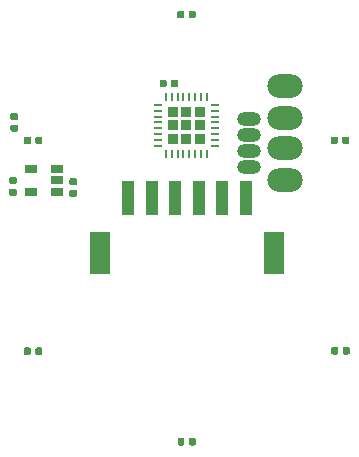
<source format=gbr>
G04 #@! TF.GenerationSoftware,KiCad,Pcbnew,5.0.1-33cea8e~67~ubuntu16.04.1*
G04 #@! TF.CreationDate,2018-10-18T10:50:00-04:00*
G04 #@! TF.ProjectId,MQP Kat Foot Sensors,4D5150204B617420466F6F742053656E,rev?*
G04 #@! TF.SameCoordinates,Original*
G04 #@! TF.FileFunction,Paste,Top*
G04 #@! TF.FilePolarity,Positive*
%FSLAX46Y46*%
G04 Gerber Fmt 4.6, Leading zero omitted, Abs format (unit mm)*
G04 Created by KiCad (PCBNEW 5.0.1-33cea8e~67~ubuntu16.04.1) date Thu 18 Oct 2018 10:50:00 AM EDT*
%MOMM*%
%LPD*%
G01*
G04 APERTURE LIST*
%ADD10O,3.000000X2.000000*%
%ADD11C,0.100000*%
%ADD12C,0.590000*%
%ADD13R,0.700000X0.250000*%
%ADD14R,0.250000X0.700000*%
%ADD15R,0.920000X0.920000*%
%ADD16R,1.000000X2.900000*%
%ADD17R,1.800000X3.600000*%
%ADD18R,1.060000X0.650000*%
%ADD19O,2.000000X1.200000*%
G04 APERTURE END LIST*
D10*
G04 #@! TO.C,J2*
X8260000Y12000000D03*
X8260000Y9250000D03*
X8260000Y6750000D03*
X8260000Y4000000D03*
G04 #@! TD*
D11*
G04 #@! TO.C,C3*
G36*
X-13358042Y-10150710D02*
X-13343724Y-10152834D01*
X-13329683Y-10156351D01*
X-13316054Y-10161228D01*
X-13302969Y-10167417D01*
X-13290553Y-10174858D01*
X-13278927Y-10183481D01*
X-13268202Y-10193202D01*
X-13258481Y-10203927D01*
X-13249858Y-10215553D01*
X-13242417Y-10227969D01*
X-13236228Y-10241054D01*
X-13231351Y-10254683D01*
X-13227834Y-10268724D01*
X-13225710Y-10283042D01*
X-13225000Y-10297500D01*
X-13225000Y-10642500D01*
X-13225710Y-10656958D01*
X-13227834Y-10671276D01*
X-13231351Y-10685317D01*
X-13236228Y-10698946D01*
X-13242417Y-10712031D01*
X-13249858Y-10724447D01*
X-13258481Y-10736073D01*
X-13268202Y-10746798D01*
X-13278927Y-10756519D01*
X-13290553Y-10765142D01*
X-13302969Y-10772583D01*
X-13316054Y-10778772D01*
X-13329683Y-10783649D01*
X-13343724Y-10787166D01*
X-13358042Y-10789290D01*
X-13372500Y-10790000D01*
X-13667500Y-10790000D01*
X-13681958Y-10789290D01*
X-13696276Y-10787166D01*
X-13710317Y-10783649D01*
X-13723946Y-10778772D01*
X-13737031Y-10772583D01*
X-13749447Y-10765142D01*
X-13761073Y-10756519D01*
X-13771798Y-10746798D01*
X-13781519Y-10736073D01*
X-13790142Y-10724447D01*
X-13797583Y-10712031D01*
X-13803772Y-10698946D01*
X-13808649Y-10685317D01*
X-13812166Y-10671276D01*
X-13814290Y-10656958D01*
X-13815000Y-10642500D01*
X-13815000Y-10297500D01*
X-13814290Y-10283042D01*
X-13812166Y-10268724D01*
X-13808649Y-10254683D01*
X-13803772Y-10241054D01*
X-13797583Y-10227969D01*
X-13790142Y-10215553D01*
X-13781519Y-10203927D01*
X-13771798Y-10193202D01*
X-13761073Y-10183481D01*
X-13749447Y-10174858D01*
X-13737031Y-10167417D01*
X-13723946Y-10161228D01*
X-13710317Y-10156351D01*
X-13696276Y-10152834D01*
X-13681958Y-10150710D01*
X-13667500Y-10150000D01*
X-13372500Y-10150000D01*
X-13358042Y-10150710D01*
X-13358042Y-10150710D01*
G37*
D12*
X-13520000Y-10470000D03*
D11*
G36*
X-12388042Y-10150710D02*
X-12373724Y-10152834D01*
X-12359683Y-10156351D01*
X-12346054Y-10161228D01*
X-12332969Y-10167417D01*
X-12320553Y-10174858D01*
X-12308927Y-10183481D01*
X-12298202Y-10193202D01*
X-12288481Y-10203927D01*
X-12279858Y-10215553D01*
X-12272417Y-10227969D01*
X-12266228Y-10241054D01*
X-12261351Y-10254683D01*
X-12257834Y-10268724D01*
X-12255710Y-10283042D01*
X-12255000Y-10297500D01*
X-12255000Y-10642500D01*
X-12255710Y-10656958D01*
X-12257834Y-10671276D01*
X-12261351Y-10685317D01*
X-12266228Y-10698946D01*
X-12272417Y-10712031D01*
X-12279858Y-10724447D01*
X-12288481Y-10736073D01*
X-12298202Y-10746798D01*
X-12308927Y-10756519D01*
X-12320553Y-10765142D01*
X-12332969Y-10772583D01*
X-12346054Y-10778772D01*
X-12359683Y-10783649D01*
X-12373724Y-10787166D01*
X-12388042Y-10789290D01*
X-12402500Y-10790000D01*
X-12697500Y-10790000D01*
X-12711958Y-10789290D01*
X-12726276Y-10787166D01*
X-12740317Y-10783649D01*
X-12753946Y-10778772D01*
X-12767031Y-10772583D01*
X-12779447Y-10765142D01*
X-12791073Y-10756519D01*
X-12801798Y-10746798D01*
X-12811519Y-10736073D01*
X-12820142Y-10724447D01*
X-12827583Y-10712031D01*
X-12833772Y-10698946D01*
X-12838649Y-10685317D01*
X-12842166Y-10671276D01*
X-12844290Y-10656958D01*
X-12845000Y-10642500D01*
X-12845000Y-10297500D01*
X-12844290Y-10283042D01*
X-12842166Y-10268724D01*
X-12838649Y-10254683D01*
X-12833772Y-10241054D01*
X-12827583Y-10227969D01*
X-12820142Y-10215553D01*
X-12811519Y-10203927D01*
X-12801798Y-10193202D01*
X-12791073Y-10183481D01*
X-12779447Y-10174858D01*
X-12767031Y-10167417D01*
X-12753946Y-10161228D01*
X-12740317Y-10156351D01*
X-12726276Y-10152834D01*
X-12711958Y-10150710D01*
X-12697500Y-10150000D01*
X-12402500Y-10150000D01*
X-12388042Y-10150710D01*
X-12388042Y-10150710D01*
G37*
D12*
X-12550000Y-10470000D03*
G04 #@! TD*
D11*
G04 #@! TO.C,C5*
G36*
X-348042Y-17810710D02*
X-333724Y-17812834D01*
X-319683Y-17816351D01*
X-306054Y-17821228D01*
X-292969Y-17827417D01*
X-280553Y-17834858D01*
X-268927Y-17843481D01*
X-258202Y-17853202D01*
X-248481Y-17863927D01*
X-239858Y-17875553D01*
X-232417Y-17887969D01*
X-226228Y-17901054D01*
X-221351Y-17914683D01*
X-217834Y-17928724D01*
X-215710Y-17943042D01*
X-215000Y-17957500D01*
X-215000Y-18302500D01*
X-215710Y-18316958D01*
X-217834Y-18331276D01*
X-221351Y-18345317D01*
X-226228Y-18358946D01*
X-232417Y-18372031D01*
X-239858Y-18384447D01*
X-248481Y-18396073D01*
X-258202Y-18406798D01*
X-268927Y-18416519D01*
X-280553Y-18425142D01*
X-292969Y-18432583D01*
X-306054Y-18438772D01*
X-319683Y-18443649D01*
X-333724Y-18447166D01*
X-348042Y-18449290D01*
X-362500Y-18450000D01*
X-657500Y-18450000D01*
X-671958Y-18449290D01*
X-686276Y-18447166D01*
X-700317Y-18443649D01*
X-713946Y-18438772D01*
X-727031Y-18432583D01*
X-739447Y-18425142D01*
X-751073Y-18416519D01*
X-761798Y-18406798D01*
X-771519Y-18396073D01*
X-780142Y-18384447D01*
X-787583Y-18372031D01*
X-793772Y-18358946D01*
X-798649Y-18345317D01*
X-802166Y-18331276D01*
X-804290Y-18316958D01*
X-805000Y-18302500D01*
X-805000Y-17957500D01*
X-804290Y-17943042D01*
X-802166Y-17928724D01*
X-798649Y-17914683D01*
X-793772Y-17901054D01*
X-787583Y-17887969D01*
X-780142Y-17875553D01*
X-771519Y-17863927D01*
X-761798Y-17853202D01*
X-751073Y-17843481D01*
X-739447Y-17834858D01*
X-727031Y-17827417D01*
X-713946Y-17821228D01*
X-700317Y-17816351D01*
X-686276Y-17812834D01*
X-671958Y-17810710D01*
X-657500Y-17810000D01*
X-362500Y-17810000D01*
X-348042Y-17810710D01*
X-348042Y-17810710D01*
G37*
D12*
X-510000Y-18130000D03*
D11*
G36*
X621958Y-17810710D02*
X636276Y-17812834D01*
X650317Y-17816351D01*
X663946Y-17821228D01*
X677031Y-17827417D01*
X689447Y-17834858D01*
X701073Y-17843481D01*
X711798Y-17853202D01*
X721519Y-17863927D01*
X730142Y-17875553D01*
X737583Y-17887969D01*
X743772Y-17901054D01*
X748649Y-17914683D01*
X752166Y-17928724D01*
X754290Y-17943042D01*
X755000Y-17957500D01*
X755000Y-18302500D01*
X754290Y-18316958D01*
X752166Y-18331276D01*
X748649Y-18345317D01*
X743772Y-18358946D01*
X737583Y-18372031D01*
X730142Y-18384447D01*
X721519Y-18396073D01*
X711798Y-18406798D01*
X701073Y-18416519D01*
X689447Y-18425142D01*
X677031Y-18432583D01*
X663946Y-18438772D01*
X650317Y-18443649D01*
X636276Y-18447166D01*
X621958Y-18449290D01*
X607500Y-18450000D01*
X312500Y-18450000D01*
X298042Y-18449290D01*
X283724Y-18447166D01*
X269683Y-18443649D01*
X256054Y-18438772D01*
X242969Y-18432583D01*
X230553Y-18425142D01*
X218927Y-18416519D01*
X208202Y-18406798D01*
X198481Y-18396073D01*
X189858Y-18384447D01*
X182417Y-18372031D01*
X176228Y-18358946D01*
X171351Y-18345317D01*
X167834Y-18331276D01*
X165710Y-18316958D01*
X165000Y-18302500D01*
X165000Y-17957500D01*
X165710Y-17943042D01*
X167834Y-17928724D01*
X171351Y-17914683D01*
X176228Y-17901054D01*
X182417Y-17887969D01*
X189858Y-17875553D01*
X198481Y-17863927D01*
X208202Y-17853202D01*
X218927Y-17843481D01*
X230553Y-17834858D01*
X242969Y-17827417D01*
X256054Y-17821228D01*
X269683Y-17816351D01*
X283724Y-17812834D01*
X298042Y-17810710D01*
X312500Y-17810000D01*
X607500Y-17810000D01*
X621958Y-17810710D01*
X621958Y-17810710D01*
G37*
D12*
X460000Y-18130000D03*
G04 #@! TD*
D11*
G04 #@! TO.C,C7*
G36*
X12671958Y-10110710D02*
X12686276Y-10112834D01*
X12700317Y-10116351D01*
X12713946Y-10121228D01*
X12727031Y-10127417D01*
X12739447Y-10134858D01*
X12751073Y-10143481D01*
X12761798Y-10153202D01*
X12771519Y-10163927D01*
X12780142Y-10175553D01*
X12787583Y-10187969D01*
X12793772Y-10201054D01*
X12798649Y-10214683D01*
X12802166Y-10228724D01*
X12804290Y-10243042D01*
X12805000Y-10257500D01*
X12805000Y-10602500D01*
X12804290Y-10616958D01*
X12802166Y-10631276D01*
X12798649Y-10645317D01*
X12793772Y-10658946D01*
X12787583Y-10672031D01*
X12780142Y-10684447D01*
X12771519Y-10696073D01*
X12761798Y-10706798D01*
X12751073Y-10716519D01*
X12739447Y-10725142D01*
X12727031Y-10732583D01*
X12713946Y-10738772D01*
X12700317Y-10743649D01*
X12686276Y-10747166D01*
X12671958Y-10749290D01*
X12657500Y-10750000D01*
X12362500Y-10750000D01*
X12348042Y-10749290D01*
X12333724Y-10747166D01*
X12319683Y-10743649D01*
X12306054Y-10738772D01*
X12292969Y-10732583D01*
X12280553Y-10725142D01*
X12268927Y-10716519D01*
X12258202Y-10706798D01*
X12248481Y-10696073D01*
X12239858Y-10684447D01*
X12232417Y-10672031D01*
X12226228Y-10658946D01*
X12221351Y-10645317D01*
X12217834Y-10631276D01*
X12215710Y-10616958D01*
X12215000Y-10602500D01*
X12215000Y-10257500D01*
X12215710Y-10243042D01*
X12217834Y-10228724D01*
X12221351Y-10214683D01*
X12226228Y-10201054D01*
X12232417Y-10187969D01*
X12239858Y-10175553D01*
X12248481Y-10163927D01*
X12258202Y-10153202D01*
X12268927Y-10143481D01*
X12280553Y-10134858D01*
X12292969Y-10127417D01*
X12306054Y-10121228D01*
X12319683Y-10116351D01*
X12333724Y-10112834D01*
X12348042Y-10110710D01*
X12362500Y-10110000D01*
X12657500Y-10110000D01*
X12671958Y-10110710D01*
X12671958Y-10110710D01*
G37*
D12*
X12510000Y-10430000D03*
D11*
G36*
X13641958Y-10110710D02*
X13656276Y-10112834D01*
X13670317Y-10116351D01*
X13683946Y-10121228D01*
X13697031Y-10127417D01*
X13709447Y-10134858D01*
X13721073Y-10143481D01*
X13731798Y-10153202D01*
X13741519Y-10163927D01*
X13750142Y-10175553D01*
X13757583Y-10187969D01*
X13763772Y-10201054D01*
X13768649Y-10214683D01*
X13772166Y-10228724D01*
X13774290Y-10243042D01*
X13775000Y-10257500D01*
X13775000Y-10602500D01*
X13774290Y-10616958D01*
X13772166Y-10631276D01*
X13768649Y-10645317D01*
X13763772Y-10658946D01*
X13757583Y-10672031D01*
X13750142Y-10684447D01*
X13741519Y-10696073D01*
X13731798Y-10706798D01*
X13721073Y-10716519D01*
X13709447Y-10725142D01*
X13697031Y-10732583D01*
X13683946Y-10738772D01*
X13670317Y-10743649D01*
X13656276Y-10747166D01*
X13641958Y-10749290D01*
X13627500Y-10750000D01*
X13332500Y-10750000D01*
X13318042Y-10749290D01*
X13303724Y-10747166D01*
X13289683Y-10743649D01*
X13276054Y-10738772D01*
X13262969Y-10732583D01*
X13250553Y-10725142D01*
X13238927Y-10716519D01*
X13228202Y-10706798D01*
X13218481Y-10696073D01*
X13209858Y-10684447D01*
X13202417Y-10672031D01*
X13196228Y-10658946D01*
X13191351Y-10645317D01*
X13187834Y-10631276D01*
X13185710Y-10616958D01*
X13185000Y-10602500D01*
X13185000Y-10257500D01*
X13185710Y-10243042D01*
X13187834Y-10228724D01*
X13191351Y-10214683D01*
X13196228Y-10201054D01*
X13202417Y-10187969D01*
X13209858Y-10175553D01*
X13218481Y-10163927D01*
X13228202Y-10153202D01*
X13238927Y-10143481D01*
X13250553Y-10134858D01*
X13262969Y-10127417D01*
X13276054Y-10121228D01*
X13289683Y-10116351D01*
X13303724Y-10112834D01*
X13318042Y-10110710D01*
X13332500Y-10110000D01*
X13627500Y-10110000D01*
X13641958Y-10110710D01*
X13641958Y-10110710D01*
G37*
D12*
X13480000Y-10430000D03*
G04 #@! TD*
D11*
G04 #@! TO.C,C8*
G36*
X596958Y18349290D02*
X611276Y18347166D01*
X625317Y18343649D01*
X638946Y18338772D01*
X652031Y18332583D01*
X664447Y18325142D01*
X676073Y18316519D01*
X686798Y18306798D01*
X696519Y18296073D01*
X705142Y18284447D01*
X712583Y18272031D01*
X718772Y18258946D01*
X723649Y18245317D01*
X727166Y18231276D01*
X729290Y18216958D01*
X730000Y18202500D01*
X730000Y17857500D01*
X729290Y17843042D01*
X727166Y17828724D01*
X723649Y17814683D01*
X718772Y17801054D01*
X712583Y17787969D01*
X705142Y17775553D01*
X696519Y17763927D01*
X686798Y17753202D01*
X676073Y17743481D01*
X664447Y17734858D01*
X652031Y17727417D01*
X638946Y17721228D01*
X625317Y17716351D01*
X611276Y17712834D01*
X596958Y17710710D01*
X582500Y17710000D01*
X287500Y17710000D01*
X273042Y17710710D01*
X258724Y17712834D01*
X244683Y17716351D01*
X231054Y17721228D01*
X217969Y17727417D01*
X205553Y17734858D01*
X193927Y17743481D01*
X183202Y17753202D01*
X173481Y17763927D01*
X164858Y17775553D01*
X157417Y17787969D01*
X151228Y17801054D01*
X146351Y17814683D01*
X142834Y17828724D01*
X140710Y17843042D01*
X140000Y17857500D01*
X140000Y18202500D01*
X140710Y18216958D01*
X142834Y18231276D01*
X146351Y18245317D01*
X151228Y18258946D01*
X157417Y18272031D01*
X164858Y18284447D01*
X173481Y18296073D01*
X183202Y18306798D01*
X193927Y18316519D01*
X205553Y18325142D01*
X217969Y18332583D01*
X231054Y18338772D01*
X244683Y18343649D01*
X258724Y18347166D01*
X273042Y18349290D01*
X287500Y18350000D01*
X582500Y18350000D01*
X596958Y18349290D01*
X596958Y18349290D01*
G37*
D12*
X435000Y18030000D03*
D11*
G36*
X-373042Y18349290D02*
X-358724Y18347166D01*
X-344683Y18343649D01*
X-331054Y18338772D01*
X-317969Y18332583D01*
X-305553Y18325142D01*
X-293927Y18316519D01*
X-283202Y18306798D01*
X-273481Y18296073D01*
X-264858Y18284447D01*
X-257417Y18272031D01*
X-251228Y18258946D01*
X-246351Y18245317D01*
X-242834Y18231276D01*
X-240710Y18216958D01*
X-240000Y18202500D01*
X-240000Y17857500D01*
X-240710Y17843042D01*
X-242834Y17828724D01*
X-246351Y17814683D01*
X-251228Y17801054D01*
X-257417Y17787969D01*
X-264858Y17775553D01*
X-273481Y17763927D01*
X-283202Y17753202D01*
X-293927Y17743481D01*
X-305553Y17734858D01*
X-317969Y17727417D01*
X-331054Y17721228D01*
X-344683Y17716351D01*
X-358724Y17712834D01*
X-373042Y17710710D01*
X-387500Y17710000D01*
X-682500Y17710000D01*
X-696958Y17710710D01*
X-711276Y17712834D01*
X-725317Y17716351D01*
X-738946Y17721228D01*
X-752031Y17727417D01*
X-764447Y17734858D01*
X-776073Y17743481D01*
X-786798Y17753202D01*
X-796519Y17763927D01*
X-805142Y17775553D01*
X-812583Y17787969D01*
X-818772Y17801054D01*
X-823649Y17814683D01*
X-827166Y17828724D01*
X-829290Y17843042D01*
X-830000Y17857500D01*
X-830000Y18202500D01*
X-829290Y18216958D01*
X-827166Y18231276D01*
X-823649Y18245317D01*
X-818772Y18258946D01*
X-812583Y18272031D01*
X-805142Y18284447D01*
X-796519Y18296073D01*
X-786798Y18306798D01*
X-776073Y18316519D01*
X-764447Y18325142D01*
X-752031Y18332583D01*
X-738946Y18338772D01*
X-725317Y18343649D01*
X-711276Y18347166D01*
X-696958Y18349290D01*
X-682500Y18350000D01*
X-387500Y18350000D01*
X-373042Y18349290D01*
X-373042Y18349290D01*
G37*
D12*
X-535000Y18030000D03*
G04 #@! TD*
D11*
G04 #@! TO.C,C9*
G36*
X-14443042Y9694290D02*
X-14428724Y9692166D01*
X-14414683Y9688649D01*
X-14401054Y9683772D01*
X-14387969Y9677583D01*
X-14375553Y9670142D01*
X-14363927Y9661519D01*
X-14353202Y9651798D01*
X-14343481Y9641073D01*
X-14334858Y9629447D01*
X-14327417Y9617031D01*
X-14321228Y9603946D01*
X-14316351Y9590317D01*
X-14312834Y9576276D01*
X-14310710Y9561958D01*
X-14310000Y9547500D01*
X-14310000Y9252500D01*
X-14310710Y9238042D01*
X-14312834Y9223724D01*
X-14316351Y9209683D01*
X-14321228Y9196054D01*
X-14327417Y9182969D01*
X-14334858Y9170553D01*
X-14343481Y9158927D01*
X-14353202Y9148202D01*
X-14363927Y9138481D01*
X-14375553Y9129858D01*
X-14387969Y9122417D01*
X-14401054Y9116228D01*
X-14414683Y9111351D01*
X-14428724Y9107834D01*
X-14443042Y9105710D01*
X-14457500Y9105000D01*
X-14802500Y9105000D01*
X-14816958Y9105710D01*
X-14831276Y9107834D01*
X-14845317Y9111351D01*
X-14858946Y9116228D01*
X-14872031Y9122417D01*
X-14884447Y9129858D01*
X-14896073Y9138481D01*
X-14906798Y9148202D01*
X-14916519Y9158927D01*
X-14925142Y9170553D01*
X-14932583Y9182969D01*
X-14938772Y9196054D01*
X-14943649Y9209683D01*
X-14947166Y9223724D01*
X-14949290Y9238042D01*
X-14950000Y9252500D01*
X-14950000Y9547500D01*
X-14949290Y9561958D01*
X-14947166Y9576276D01*
X-14943649Y9590317D01*
X-14938772Y9603946D01*
X-14932583Y9617031D01*
X-14925142Y9629447D01*
X-14916519Y9641073D01*
X-14906798Y9651798D01*
X-14896073Y9661519D01*
X-14884447Y9670142D01*
X-14872031Y9677583D01*
X-14858946Y9683772D01*
X-14845317Y9688649D01*
X-14831276Y9692166D01*
X-14816958Y9694290D01*
X-14802500Y9695000D01*
X-14457500Y9695000D01*
X-14443042Y9694290D01*
X-14443042Y9694290D01*
G37*
D12*
X-14630000Y9400000D03*
D11*
G36*
X-14443042Y8724290D02*
X-14428724Y8722166D01*
X-14414683Y8718649D01*
X-14401054Y8713772D01*
X-14387969Y8707583D01*
X-14375553Y8700142D01*
X-14363927Y8691519D01*
X-14353202Y8681798D01*
X-14343481Y8671073D01*
X-14334858Y8659447D01*
X-14327417Y8647031D01*
X-14321228Y8633946D01*
X-14316351Y8620317D01*
X-14312834Y8606276D01*
X-14310710Y8591958D01*
X-14310000Y8577500D01*
X-14310000Y8282500D01*
X-14310710Y8268042D01*
X-14312834Y8253724D01*
X-14316351Y8239683D01*
X-14321228Y8226054D01*
X-14327417Y8212969D01*
X-14334858Y8200553D01*
X-14343481Y8188927D01*
X-14353202Y8178202D01*
X-14363927Y8168481D01*
X-14375553Y8159858D01*
X-14387969Y8152417D01*
X-14401054Y8146228D01*
X-14414683Y8141351D01*
X-14428724Y8137834D01*
X-14443042Y8135710D01*
X-14457500Y8135000D01*
X-14802500Y8135000D01*
X-14816958Y8135710D01*
X-14831276Y8137834D01*
X-14845317Y8141351D01*
X-14858946Y8146228D01*
X-14872031Y8152417D01*
X-14884447Y8159858D01*
X-14896073Y8168481D01*
X-14906798Y8178202D01*
X-14916519Y8188927D01*
X-14925142Y8200553D01*
X-14932583Y8212969D01*
X-14938772Y8226054D01*
X-14943649Y8239683D01*
X-14947166Y8253724D01*
X-14949290Y8268042D01*
X-14950000Y8282500D01*
X-14950000Y8577500D01*
X-14949290Y8591958D01*
X-14947166Y8606276D01*
X-14943649Y8620317D01*
X-14938772Y8633946D01*
X-14932583Y8647031D01*
X-14925142Y8659447D01*
X-14916519Y8671073D01*
X-14906798Y8681798D01*
X-14896073Y8691519D01*
X-14884447Y8700142D01*
X-14872031Y8707583D01*
X-14858946Y8713772D01*
X-14845317Y8718649D01*
X-14831276Y8722166D01*
X-14816958Y8724290D01*
X-14802500Y8725000D01*
X-14457500Y8725000D01*
X-14443042Y8724290D01*
X-14443042Y8724290D01*
G37*
D12*
X-14630000Y8430000D03*
G04 #@! TD*
D11*
G04 #@! TO.C,C13*
G36*
X12631958Y7709290D02*
X12646276Y7707166D01*
X12660317Y7703649D01*
X12673946Y7698772D01*
X12687031Y7692583D01*
X12699447Y7685142D01*
X12711073Y7676519D01*
X12721798Y7666798D01*
X12731519Y7656073D01*
X12740142Y7644447D01*
X12747583Y7632031D01*
X12753772Y7618946D01*
X12758649Y7605317D01*
X12762166Y7591276D01*
X12764290Y7576958D01*
X12765000Y7562500D01*
X12765000Y7217500D01*
X12764290Y7203042D01*
X12762166Y7188724D01*
X12758649Y7174683D01*
X12753772Y7161054D01*
X12747583Y7147969D01*
X12740142Y7135553D01*
X12731519Y7123927D01*
X12721798Y7113202D01*
X12711073Y7103481D01*
X12699447Y7094858D01*
X12687031Y7087417D01*
X12673946Y7081228D01*
X12660317Y7076351D01*
X12646276Y7072834D01*
X12631958Y7070710D01*
X12617500Y7070000D01*
X12322500Y7070000D01*
X12308042Y7070710D01*
X12293724Y7072834D01*
X12279683Y7076351D01*
X12266054Y7081228D01*
X12252969Y7087417D01*
X12240553Y7094858D01*
X12228927Y7103481D01*
X12218202Y7113202D01*
X12208481Y7123927D01*
X12199858Y7135553D01*
X12192417Y7147969D01*
X12186228Y7161054D01*
X12181351Y7174683D01*
X12177834Y7188724D01*
X12175710Y7203042D01*
X12175000Y7217500D01*
X12175000Y7562500D01*
X12175710Y7576958D01*
X12177834Y7591276D01*
X12181351Y7605317D01*
X12186228Y7618946D01*
X12192417Y7632031D01*
X12199858Y7644447D01*
X12208481Y7656073D01*
X12218202Y7666798D01*
X12228927Y7676519D01*
X12240553Y7685142D01*
X12252969Y7692583D01*
X12266054Y7698772D01*
X12279683Y7703649D01*
X12293724Y7707166D01*
X12308042Y7709290D01*
X12322500Y7710000D01*
X12617500Y7710000D01*
X12631958Y7709290D01*
X12631958Y7709290D01*
G37*
D12*
X12470000Y7390000D03*
D11*
G36*
X13601958Y7709290D02*
X13616276Y7707166D01*
X13630317Y7703649D01*
X13643946Y7698772D01*
X13657031Y7692583D01*
X13669447Y7685142D01*
X13681073Y7676519D01*
X13691798Y7666798D01*
X13701519Y7656073D01*
X13710142Y7644447D01*
X13717583Y7632031D01*
X13723772Y7618946D01*
X13728649Y7605317D01*
X13732166Y7591276D01*
X13734290Y7576958D01*
X13735000Y7562500D01*
X13735000Y7217500D01*
X13734290Y7203042D01*
X13732166Y7188724D01*
X13728649Y7174683D01*
X13723772Y7161054D01*
X13717583Y7147969D01*
X13710142Y7135553D01*
X13701519Y7123927D01*
X13691798Y7113202D01*
X13681073Y7103481D01*
X13669447Y7094858D01*
X13657031Y7087417D01*
X13643946Y7081228D01*
X13630317Y7076351D01*
X13616276Y7072834D01*
X13601958Y7070710D01*
X13587500Y7070000D01*
X13292500Y7070000D01*
X13278042Y7070710D01*
X13263724Y7072834D01*
X13249683Y7076351D01*
X13236054Y7081228D01*
X13222969Y7087417D01*
X13210553Y7094858D01*
X13198927Y7103481D01*
X13188202Y7113202D01*
X13178481Y7123927D01*
X13169858Y7135553D01*
X13162417Y7147969D01*
X13156228Y7161054D01*
X13151351Y7174683D01*
X13147834Y7188724D01*
X13145710Y7203042D01*
X13145000Y7217500D01*
X13145000Y7562500D01*
X13145710Y7576958D01*
X13147834Y7591276D01*
X13151351Y7605317D01*
X13156228Y7618946D01*
X13162417Y7632031D01*
X13169858Y7644447D01*
X13178481Y7656073D01*
X13188202Y7666798D01*
X13198927Y7676519D01*
X13210553Y7685142D01*
X13222969Y7692583D01*
X13236054Y7698772D01*
X13249683Y7703649D01*
X13263724Y7707166D01*
X13278042Y7709290D01*
X13292500Y7710000D01*
X13587500Y7710000D01*
X13601958Y7709290D01*
X13601958Y7709290D01*
G37*
D12*
X13440000Y7390000D03*
G04 #@! TD*
D11*
G04 #@! TO.C,C16*
G36*
X-13358042Y7699290D02*
X-13343724Y7697166D01*
X-13329683Y7693649D01*
X-13316054Y7688772D01*
X-13302969Y7682583D01*
X-13290553Y7675142D01*
X-13278927Y7666519D01*
X-13268202Y7656798D01*
X-13258481Y7646073D01*
X-13249858Y7634447D01*
X-13242417Y7622031D01*
X-13236228Y7608946D01*
X-13231351Y7595317D01*
X-13227834Y7581276D01*
X-13225710Y7566958D01*
X-13225000Y7552500D01*
X-13225000Y7207500D01*
X-13225710Y7193042D01*
X-13227834Y7178724D01*
X-13231351Y7164683D01*
X-13236228Y7151054D01*
X-13242417Y7137969D01*
X-13249858Y7125553D01*
X-13258481Y7113927D01*
X-13268202Y7103202D01*
X-13278927Y7093481D01*
X-13290553Y7084858D01*
X-13302969Y7077417D01*
X-13316054Y7071228D01*
X-13329683Y7066351D01*
X-13343724Y7062834D01*
X-13358042Y7060710D01*
X-13372500Y7060000D01*
X-13667500Y7060000D01*
X-13681958Y7060710D01*
X-13696276Y7062834D01*
X-13710317Y7066351D01*
X-13723946Y7071228D01*
X-13737031Y7077417D01*
X-13749447Y7084858D01*
X-13761073Y7093481D01*
X-13771798Y7103202D01*
X-13781519Y7113927D01*
X-13790142Y7125553D01*
X-13797583Y7137969D01*
X-13803772Y7151054D01*
X-13808649Y7164683D01*
X-13812166Y7178724D01*
X-13814290Y7193042D01*
X-13815000Y7207500D01*
X-13815000Y7552500D01*
X-13814290Y7566958D01*
X-13812166Y7581276D01*
X-13808649Y7595317D01*
X-13803772Y7608946D01*
X-13797583Y7622031D01*
X-13790142Y7634447D01*
X-13781519Y7646073D01*
X-13771798Y7656798D01*
X-13761073Y7666519D01*
X-13749447Y7675142D01*
X-13737031Y7682583D01*
X-13723946Y7688772D01*
X-13710317Y7693649D01*
X-13696276Y7697166D01*
X-13681958Y7699290D01*
X-13667500Y7700000D01*
X-13372500Y7700000D01*
X-13358042Y7699290D01*
X-13358042Y7699290D01*
G37*
D12*
X-13520000Y7380000D03*
D11*
G36*
X-12388042Y7699290D02*
X-12373724Y7697166D01*
X-12359683Y7693649D01*
X-12346054Y7688772D01*
X-12332969Y7682583D01*
X-12320553Y7675142D01*
X-12308927Y7666519D01*
X-12298202Y7656798D01*
X-12288481Y7646073D01*
X-12279858Y7634447D01*
X-12272417Y7622031D01*
X-12266228Y7608946D01*
X-12261351Y7595317D01*
X-12257834Y7581276D01*
X-12255710Y7566958D01*
X-12255000Y7552500D01*
X-12255000Y7207500D01*
X-12255710Y7193042D01*
X-12257834Y7178724D01*
X-12261351Y7164683D01*
X-12266228Y7151054D01*
X-12272417Y7137969D01*
X-12279858Y7125553D01*
X-12288481Y7113927D01*
X-12298202Y7103202D01*
X-12308927Y7093481D01*
X-12320553Y7084858D01*
X-12332969Y7077417D01*
X-12346054Y7071228D01*
X-12359683Y7066351D01*
X-12373724Y7062834D01*
X-12388042Y7060710D01*
X-12402500Y7060000D01*
X-12697500Y7060000D01*
X-12711958Y7060710D01*
X-12726276Y7062834D01*
X-12740317Y7066351D01*
X-12753946Y7071228D01*
X-12767031Y7077417D01*
X-12779447Y7084858D01*
X-12791073Y7093481D01*
X-12801798Y7103202D01*
X-12811519Y7113927D01*
X-12820142Y7125553D01*
X-12827583Y7137969D01*
X-12833772Y7151054D01*
X-12838649Y7164683D01*
X-12842166Y7178724D01*
X-12844290Y7193042D01*
X-12845000Y7207500D01*
X-12845000Y7552500D01*
X-12844290Y7566958D01*
X-12842166Y7581276D01*
X-12838649Y7595317D01*
X-12833772Y7608946D01*
X-12827583Y7622031D01*
X-12820142Y7634447D01*
X-12811519Y7646073D01*
X-12801798Y7656798D01*
X-12791073Y7666519D01*
X-12779447Y7675142D01*
X-12767031Y7682583D01*
X-12753946Y7688772D01*
X-12740317Y7693649D01*
X-12726276Y7697166D01*
X-12711958Y7699290D01*
X-12697500Y7700000D01*
X-12402500Y7700000D01*
X-12388042Y7699290D01*
X-12388042Y7699290D01*
G37*
D12*
X-12550000Y7380000D03*
G04 #@! TD*
D11*
G04 #@! TO.C,R1*
G36*
X-888042Y12519290D02*
X-873724Y12517166D01*
X-859683Y12513649D01*
X-846054Y12508772D01*
X-832969Y12502583D01*
X-820553Y12495142D01*
X-808927Y12486519D01*
X-798202Y12476798D01*
X-788481Y12466073D01*
X-779858Y12454447D01*
X-772417Y12442031D01*
X-766228Y12428946D01*
X-761351Y12415317D01*
X-757834Y12401276D01*
X-755710Y12386958D01*
X-755000Y12372500D01*
X-755000Y12027500D01*
X-755710Y12013042D01*
X-757834Y11998724D01*
X-761351Y11984683D01*
X-766228Y11971054D01*
X-772417Y11957969D01*
X-779858Y11945553D01*
X-788481Y11933927D01*
X-798202Y11923202D01*
X-808927Y11913481D01*
X-820553Y11904858D01*
X-832969Y11897417D01*
X-846054Y11891228D01*
X-859683Y11886351D01*
X-873724Y11882834D01*
X-888042Y11880710D01*
X-902500Y11880000D01*
X-1197500Y11880000D01*
X-1211958Y11880710D01*
X-1226276Y11882834D01*
X-1240317Y11886351D01*
X-1253946Y11891228D01*
X-1267031Y11897417D01*
X-1279447Y11904858D01*
X-1291073Y11913481D01*
X-1301798Y11923202D01*
X-1311519Y11933927D01*
X-1320142Y11945553D01*
X-1327583Y11957969D01*
X-1333772Y11971054D01*
X-1338649Y11984683D01*
X-1342166Y11998724D01*
X-1344290Y12013042D01*
X-1345000Y12027500D01*
X-1345000Y12372500D01*
X-1344290Y12386958D01*
X-1342166Y12401276D01*
X-1338649Y12415317D01*
X-1333772Y12428946D01*
X-1327583Y12442031D01*
X-1320142Y12454447D01*
X-1311519Y12466073D01*
X-1301798Y12476798D01*
X-1291073Y12486519D01*
X-1279447Y12495142D01*
X-1267031Y12502583D01*
X-1253946Y12508772D01*
X-1240317Y12513649D01*
X-1226276Y12517166D01*
X-1211958Y12519290D01*
X-1197500Y12520000D01*
X-902500Y12520000D01*
X-888042Y12519290D01*
X-888042Y12519290D01*
G37*
D12*
X-1050000Y12200000D03*
D11*
G36*
X-1858042Y12519290D02*
X-1843724Y12517166D01*
X-1829683Y12513649D01*
X-1816054Y12508772D01*
X-1802969Y12502583D01*
X-1790553Y12495142D01*
X-1778927Y12486519D01*
X-1768202Y12476798D01*
X-1758481Y12466073D01*
X-1749858Y12454447D01*
X-1742417Y12442031D01*
X-1736228Y12428946D01*
X-1731351Y12415317D01*
X-1727834Y12401276D01*
X-1725710Y12386958D01*
X-1725000Y12372500D01*
X-1725000Y12027500D01*
X-1725710Y12013042D01*
X-1727834Y11998724D01*
X-1731351Y11984683D01*
X-1736228Y11971054D01*
X-1742417Y11957969D01*
X-1749858Y11945553D01*
X-1758481Y11933927D01*
X-1768202Y11923202D01*
X-1778927Y11913481D01*
X-1790553Y11904858D01*
X-1802969Y11897417D01*
X-1816054Y11891228D01*
X-1829683Y11886351D01*
X-1843724Y11882834D01*
X-1858042Y11880710D01*
X-1872500Y11880000D01*
X-2167500Y11880000D01*
X-2181958Y11880710D01*
X-2196276Y11882834D01*
X-2210317Y11886351D01*
X-2223946Y11891228D01*
X-2237031Y11897417D01*
X-2249447Y11904858D01*
X-2261073Y11913481D01*
X-2271798Y11923202D01*
X-2281519Y11933927D01*
X-2290142Y11945553D01*
X-2297583Y11957969D01*
X-2303772Y11971054D01*
X-2308649Y11984683D01*
X-2312166Y11998724D01*
X-2314290Y12013042D01*
X-2315000Y12027500D01*
X-2315000Y12372500D01*
X-2314290Y12386958D01*
X-2312166Y12401276D01*
X-2308649Y12415317D01*
X-2303772Y12428946D01*
X-2297583Y12442031D01*
X-2290142Y12454447D01*
X-2281519Y12466073D01*
X-2271798Y12476798D01*
X-2261073Y12486519D01*
X-2249447Y12495142D01*
X-2237031Y12502583D01*
X-2223946Y12508772D01*
X-2210317Y12513649D01*
X-2196276Y12517166D01*
X-2181958Y12519290D01*
X-2167500Y12520000D01*
X-1872500Y12520000D01*
X-1858042Y12519290D01*
X-1858042Y12519290D01*
G37*
D12*
X-2020000Y12200000D03*
G04 #@! TD*
D13*
G04 #@! TO.C,U1*
X-2450000Y10400000D03*
X-2450000Y9900000D03*
X-2450000Y9400000D03*
X-2450000Y8900000D03*
X-2450000Y8400000D03*
X-2450000Y7900000D03*
X-2450000Y7400000D03*
X-2450000Y6900000D03*
D14*
X-1800000Y6250000D03*
X-1300000Y6250000D03*
X-800000Y6250000D03*
X-300000Y6250000D03*
X200000Y6250000D03*
X700000Y6250000D03*
X1200000Y6250000D03*
X1700000Y6250000D03*
D13*
X2350000Y6900000D03*
X2350000Y7400000D03*
X2350000Y7900000D03*
X2350000Y8400000D03*
X2350000Y8900000D03*
X2350000Y9400000D03*
X2350000Y9900000D03*
X2350000Y10400000D03*
D14*
X1700000Y11050000D03*
X1200000Y11050000D03*
X700000Y11050000D03*
X200000Y11050000D03*
X-300000Y11050000D03*
X-800000Y11050000D03*
X-1300000Y11050000D03*
X-1800000Y11050000D03*
D15*
X1100000Y7500000D03*
X-50000Y7500000D03*
X-1200000Y7500000D03*
X-1200000Y8650000D03*
X-50000Y8650000D03*
X1100000Y8650000D03*
X-1200000Y9800000D03*
X-50000Y9800000D03*
X1100000Y9800000D03*
G04 #@! TD*
D16*
G04 #@! TO.C,J1*
X5000000Y2500000D03*
X3000000Y2500000D03*
X1000000Y2500000D03*
X-1000000Y2500000D03*
X-3000000Y2500000D03*
X-5000000Y2500000D03*
D17*
X7350000Y-2150000D03*
X-7350000Y-2150000D03*
G04 #@! TD*
D11*
G04 #@! TO.C,C17*
G36*
X-9453042Y4169290D02*
X-9438724Y4167166D01*
X-9424683Y4163649D01*
X-9411054Y4158772D01*
X-9397969Y4152583D01*
X-9385553Y4145142D01*
X-9373927Y4136519D01*
X-9363202Y4126798D01*
X-9353481Y4116073D01*
X-9344858Y4104447D01*
X-9337417Y4092031D01*
X-9331228Y4078946D01*
X-9326351Y4065317D01*
X-9322834Y4051276D01*
X-9320710Y4036958D01*
X-9320000Y4022500D01*
X-9320000Y3727500D01*
X-9320710Y3713042D01*
X-9322834Y3698724D01*
X-9326351Y3684683D01*
X-9331228Y3671054D01*
X-9337417Y3657969D01*
X-9344858Y3645553D01*
X-9353481Y3633927D01*
X-9363202Y3623202D01*
X-9373927Y3613481D01*
X-9385553Y3604858D01*
X-9397969Y3597417D01*
X-9411054Y3591228D01*
X-9424683Y3586351D01*
X-9438724Y3582834D01*
X-9453042Y3580710D01*
X-9467500Y3580000D01*
X-9812500Y3580000D01*
X-9826958Y3580710D01*
X-9841276Y3582834D01*
X-9855317Y3586351D01*
X-9868946Y3591228D01*
X-9882031Y3597417D01*
X-9894447Y3604858D01*
X-9906073Y3613481D01*
X-9916798Y3623202D01*
X-9926519Y3633927D01*
X-9935142Y3645553D01*
X-9942583Y3657969D01*
X-9948772Y3671054D01*
X-9953649Y3684683D01*
X-9957166Y3698724D01*
X-9959290Y3713042D01*
X-9960000Y3727500D01*
X-9960000Y4022500D01*
X-9959290Y4036958D01*
X-9957166Y4051276D01*
X-9953649Y4065317D01*
X-9948772Y4078946D01*
X-9942583Y4092031D01*
X-9935142Y4104447D01*
X-9926519Y4116073D01*
X-9916798Y4126798D01*
X-9906073Y4136519D01*
X-9894447Y4145142D01*
X-9882031Y4152583D01*
X-9868946Y4158772D01*
X-9855317Y4163649D01*
X-9841276Y4167166D01*
X-9826958Y4169290D01*
X-9812500Y4170000D01*
X-9467500Y4170000D01*
X-9453042Y4169290D01*
X-9453042Y4169290D01*
G37*
D12*
X-9640000Y3875000D03*
D11*
G36*
X-9453042Y3199290D02*
X-9438724Y3197166D01*
X-9424683Y3193649D01*
X-9411054Y3188772D01*
X-9397969Y3182583D01*
X-9385553Y3175142D01*
X-9373927Y3166519D01*
X-9363202Y3156798D01*
X-9353481Y3146073D01*
X-9344858Y3134447D01*
X-9337417Y3122031D01*
X-9331228Y3108946D01*
X-9326351Y3095317D01*
X-9322834Y3081276D01*
X-9320710Y3066958D01*
X-9320000Y3052500D01*
X-9320000Y2757500D01*
X-9320710Y2743042D01*
X-9322834Y2728724D01*
X-9326351Y2714683D01*
X-9331228Y2701054D01*
X-9337417Y2687969D01*
X-9344858Y2675553D01*
X-9353481Y2663927D01*
X-9363202Y2653202D01*
X-9373927Y2643481D01*
X-9385553Y2634858D01*
X-9397969Y2627417D01*
X-9411054Y2621228D01*
X-9424683Y2616351D01*
X-9438724Y2612834D01*
X-9453042Y2610710D01*
X-9467500Y2610000D01*
X-9812500Y2610000D01*
X-9826958Y2610710D01*
X-9841276Y2612834D01*
X-9855317Y2616351D01*
X-9868946Y2621228D01*
X-9882031Y2627417D01*
X-9894447Y2634858D01*
X-9906073Y2643481D01*
X-9916798Y2653202D01*
X-9926519Y2663927D01*
X-9935142Y2675553D01*
X-9942583Y2687969D01*
X-9948772Y2701054D01*
X-9953649Y2714683D01*
X-9957166Y2728724D01*
X-9959290Y2743042D01*
X-9960000Y2757500D01*
X-9960000Y3052500D01*
X-9959290Y3066958D01*
X-9957166Y3081276D01*
X-9953649Y3095317D01*
X-9948772Y3108946D01*
X-9942583Y3122031D01*
X-9935142Y3134447D01*
X-9926519Y3146073D01*
X-9916798Y3156798D01*
X-9906073Y3166519D01*
X-9894447Y3175142D01*
X-9882031Y3182583D01*
X-9868946Y3188772D01*
X-9855317Y3193649D01*
X-9841276Y3197166D01*
X-9826958Y3199290D01*
X-9812500Y3200000D01*
X-9467500Y3200000D01*
X-9453042Y3199290D01*
X-9453042Y3199290D01*
G37*
D12*
X-9640000Y2905000D03*
G04 #@! TD*
D11*
G04 #@! TO.C,C18*
G36*
X-14553042Y3299290D02*
X-14538724Y3297166D01*
X-14524683Y3293649D01*
X-14511054Y3288772D01*
X-14497969Y3282583D01*
X-14485553Y3275142D01*
X-14473927Y3266519D01*
X-14463202Y3256798D01*
X-14453481Y3246073D01*
X-14444858Y3234447D01*
X-14437417Y3222031D01*
X-14431228Y3208946D01*
X-14426351Y3195317D01*
X-14422834Y3181276D01*
X-14420710Y3166958D01*
X-14420000Y3152500D01*
X-14420000Y2857500D01*
X-14420710Y2843042D01*
X-14422834Y2828724D01*
X-14426351Y2814683D01*
X-14431228Y2801054D01*
X-14437417Y2787969D01*
X-14444858Y2775553D01*
X-14453481Y2763927D01*
X-14463202Y2753202D01*
X-14473927Y2743481D01*
X-14485553Y2734858D01*
X-14497969Y2727417D01*
X-14511054Y2721228D01*
X-14524683Y2716351D01*
X-14538724Y2712834D01*
X-14553042Y2710710D01*
X-14567500Y2710000D01*
X-14912500Y2710000D01*
X-14926958Y2710710D01*
X-14941276Y2712834D01*
X-14955317Y2716351D01*
X-14968946Y2721228D01*
X-14982031Y2727417D01*
X-14994447Y2734858D01*
X-15006073Y2743481D01*
X-15016798Y2753202D01*
X-15026519Y2763927D01*
X-15035142Y2775553D01*
X-15042583Y2787969D01*
X-15048772Y2801054D01*
X-15053649Y2814683D01*
X-15057166Y2828724D01*
X-15059290Y2843042D01*
X-15060000Y2857500D01*
X-15060000Y3152500D01*
X-15059290Y3166958D01*
X-15057166Y3181276D01*
X-15053649Y3195317D01*
X-15048772Y3208946D01*
X-15042583Y3222031D01*
X-15035142Y3234447D01*
X-15026519Y3246073D01*
X-15016798Y3256798D01*
X-15006073Y3266519D01*
X-14994447Y3275142D01*
X-14982031Y3282583D01*
X-14968946Y3288772D01*
X-14955317Y3293649D01*
X-14941276Y3297166D01*
X-14926958Y3299290D01*
X-14912500Y3300000D01*
X-14567500Y3300000D01*
X-14553042Y3299290D01*
X-14553042Y3299290D01*
G37*
D12*
X-14740000Y3005000D03*
D11*
G36*
X-14553042Y4269290D02*
X-14538724Y4267166D01*
X-14524683Y4263649D01*
X-14511054Y4258772D01*
X-14497969Y4252583D01*
X-14485553Y4245142D01*
X-14473927Y4236519D01*
X-14463202Y4226798D01*
X-14453481Y4216073D01*
X-14444858Y4204447D01*
X-14437417Y4192031D01*
X-14431228Y4178946D01*
X-14426351Y4165317D01*
X-14422834Y4151276D01*
X-14420710Y4136958D01*
X-14420000Y4122500D01*
X-14420000Y3827500D01*
X-14420710Y3813042D01*
X-14422834Y3798724D01*
X-14426351Y3784683D01*
X-14431228Y3771054D01*
X-14437417Y3757969D01*
X-14444858Y3745553D01*
X-14453481Y3733927D01*
X-14463202Y3723202D01*
X-14473927Y3713481D01*
X-14485553Y3704858D01*
X-14497969Y3697417D01*
X-14511054Y3691228D01*
X-14524683Y3686351D01*
X-14538724Y3682834D01*
X-14553042Y3680710D01*
X-14567500Y3680000D01*
X-14912500Y3680000D01*
X-14926958Y3680710D01*
X-14941276Y3682834D01*
X-14955317Y3686351D01*
X-14968946Y3691228D01*
X-14982031Y3697417D01*
X-14994447Y3704858D01*
X-15006073Y3713481D01*
X-15016798Y3723202D01*
X-15026519Y3733927D01*
X-15035142Y3745553D01*
X-15042583Y3757969D01*
X-15048772Y3771054D01*
X-15053649Y3784683D01*
X-15057166Y3798724D01*
X-15059290Y3813042D01*
X-15060000Y3827500D01*
X-15060000Y4122500D01*
X-15059290Y4136958D01*
X-15057166Y4151276D01*
X-15053649Y4165317D01*
X-15048772Y4178946D01*
X-15042583Y4192031D01*
X-15035142Y4204447D01*
X-15026519Y4216073D01*
X-15016798Y4226798D01*
X-15006073Y4236519D01*
X-14994447Y4245142D01*
X-14982031Y4252583D01*
X-14968946Y4258772D01*
X-14955317Y4263649D01*
X-14941276Y4267166D01*
X-14926958Y4269290D01*
X-14912500Y4270000D01*
X-14567500Y4270000D01*
X-14553042Y4269290D01*
X-14553042Y4269290D01*
G37*
D12*
X-14740000Y3975000D03*
G04 #@! TD*
D18*
G04 #@! TO.C,U2*
X-11040000Y3040000D03*
X-11040000Y3990000D03*
X-11040000Y4940000D03*
X-13240000Y4940000D03*
X-13240000Y3040000D03*
G04 #@! TD*
D19*
G04 #@! TO.C,J3*
X5240000Y9160000D03*
X5240000Y7820000D03*
X5240000Y6500000D03*
X5240000Y5160000D03*
G04 #@! TD*
M02*

</source>
